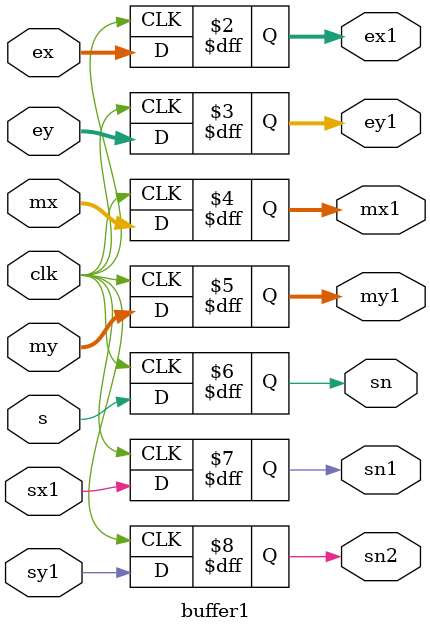
<source format=v>
module buffer1(ex,ey,sx1,sy1,mx,my,s,clk,ex1,ey1,mx1,my1,sn,sn1,sn2);
input [7:0]ex,ey;
input [23:0]mx,my;
input s,clk,sx1,sy1;
output reg [7:0]ex1,ey1;
output reg [23:0]mx1,my1;
output reg sn,sn1,sn2;
always@(posedge clk)
begin
sn1=sx1;
sn2=sy1;
ex1=ex;
ey1=ey;
mx1=mx;
my1=my;
sn=s;
end
endmodule

</source>
